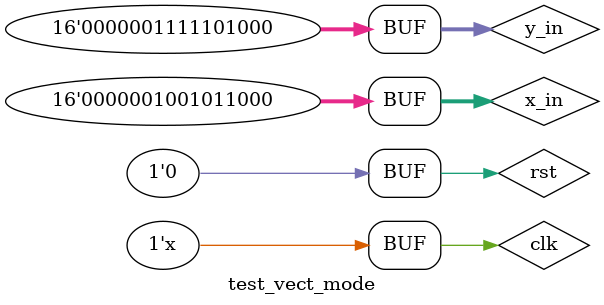
<source format=v>
`timescale 1ns / 1ps


module test_vect_mode();
    reg  clk, rst;
    reg  signed [15:0] x_in;
    reg  signed [15:0] y_in;
    wire signed [15:0] r_out;
    wire signed [15:0] angle_out;
    
    
    vect_mode_top uut (
    .clk(clk), .rst(rst),
    .x_in(x_in), .y_in(y_in),
    .r_out(r_out), .angle_out(angle_out)
    );
    
    always #5 clk=~clk;
    
    initial begin
        clk=0; rst=1;
        #3; rst=0;
        x_in=0_00; y_in=4_00; #10;
        x_in=1_00; y_in=3_00; #10;
        x_in=3_00; y_in=4_00; #10;
        x_in=6_00; y_in=8_00; #10;
        x_in=6_00; y_in=10_00; #600;
        //$finish;
    end
endmodule

</source>
